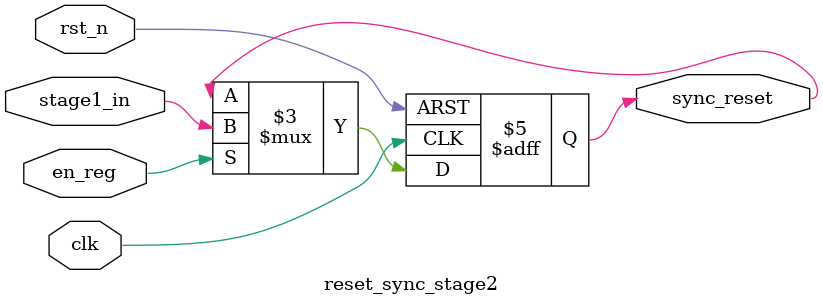
<source format=sv>
module reset_sync_enable (
  input  wire clk,
  input  wire en,
  input  wire rst_n,
  output wire sync_reset
);
  
  wire en_registered;
  wire reset_stage1;
  
  // Instantiate enable register submodule
  enable_register u_enable_register (
    .clk      (clk),
    .rst_n    (rst_n),
    .en       (en),
    .en_reg   (en_registered)
  );
  
  // Instantiate first stage reset synchronizer
  reset_sync_stage1 u_reset_sync_stage1 (
    .clk        (clk),
    .rst_n      (rst_n),
    .en_reg     (en_registered),
    .stage1_out (reset_stage1)
  );
  
  // Instantiate final stage reset synchronizer
  reset_sync_stage2 u_reset_sync_stage2 (
    .clk        (clk),
    .rst_n      (rst_n),
    .en_reg     (en_registered),
    .stage1_in  (reset_stage1),
    .sync_reset (sync_reset)
  );
  
endmodule

// Enable signal registration module
// Reduces fanout and improves timing
module enable_register (
  input  wire clk,
  input  wire rst_n,
  input  wire en,
  output reg  en_reg
);
  
  always @(posedge clk or negedge rst_n) begin
    if(!rst_n) begin
      en_reg <= 1'b0;
    end else begin
      en_reg <= en;
    end
  end
  
endmodule

// First stage reset synchronizer
// Provides initial synchronization stage
module reset_sync_stage1 (
  input  wire clk,
  input  wire rst_n,
  input  wire en_reg,
  output reg  stage1_out
);
  
  always @(posedge clk or negedge rst_n) begin
    if(!rst_n) begin
      stage1_out <= 1'b0;
    end else if(en_reg) begin
      stage1_out <= 1'b1;
    end
  end
  
endmodule

// Final stage reset synchronizer
// Provides final output stage with metastability protection
module reset_sync_stage2 (
  input  wire clk,
  input  wire rst_n, 
  input  wire en_reg,
  input  wire stage1_in,
  output reg  sync_reset
);
  
  always @(posedge clk or negedge rst_n) begin
    if(!rst_n) begin
      sync_reset <= 1'b0;
    end else if(en_reg) begin
      sync_reset <= stage1_in;
    end
  end
  
endmodule
</source>
